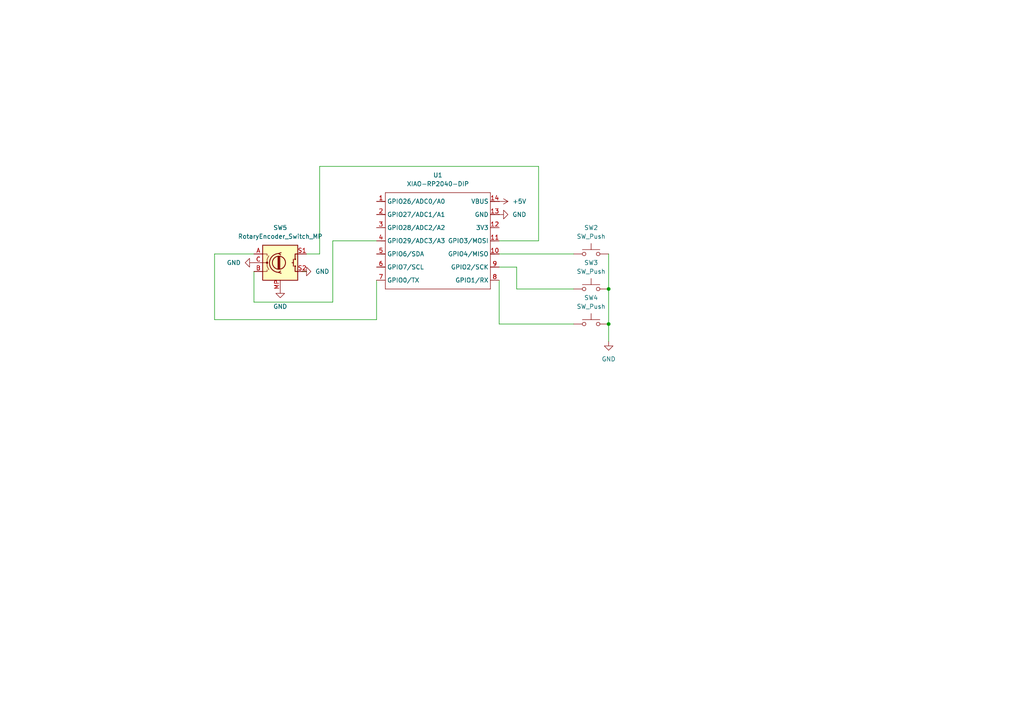
<source format=kicad_sch>
(kicad_sch (version 20241209) (generator "eeschema") (generator_version "8.99")
  (paper "A4")
  (lib_symbols
    (symbol "Device:RotaryEncoder_Switch_MP" (pin_names (offset 0.254) (hide yes))
      (property "Reference" "SW" (at 0 8.89 0))
      (property "Value" "RotaryEncoder_Switch_MP" (at 0 6.35 0))
      (symbol "RotaryEncoder_Switch_MP_0_1"
        (rectangle (start -5.08 5.08) (end 5.08 -5.08) (stroke (width 0.254)) (fill (type background)))
        (polyline (pts (xy -5.08 2.54) (xy -3.81 2.54) (xy -3.81 2.032)))
        (polyline (pts (xy -5.08 0) (xy -3.81 0) (xy -3.81 -1.016) (xy -3.302 -2.032)))
        (polyline (pts (xy -5.08 -2.54) (xy -3.81 -2.54) (xy -3.81 -2.032)))
        (polyline (pts (xy -4.318 0) (xy -3.81 0) (xy -3.81 1.016) (xy -3.302 2.032)))
        (circle (center -3.81 0) (radius 0.254) (fill (type outline)))
        (polyline (pts (xy -0.635 -1.778) (xy -0.635 1.778)) (stroke (width 0.254)))
        (circle (center -0.381 0) (radius 1.905) (stroke (width 0.254)))
        (polyline (pts (xy -0.381 -1.778) (xy -0.381 1.778)) (stroke (width 0.254)))
        (arc (start -0.381 -2.794) (mid -3.0988 -0.0635) (end -0.381 2.667) (stroke (width 0.254)))
        (polyline (pts (xy -0.127 1.778) (xy -0.127 -1.778)) (stroke (width 0.254)))
        (polyline (pts (xy 0.254 2.921) (xy -0.508 2.667) (xy 0.127 2.286)) (stroke (width 0.254)))
        (polyline (pts (xy 0.254 -3.048) (xy -0.508 -2.794) (xy 0.127 -2.413)) (stroke (width 0.254)))
        (polyline (pts (xy 3.81 1.016) (xy 3.81 -1.016)) (stroke (width 0.254)))
        (polyline (pts (xy 3.81 0) (xy 3.429 0)) (stroke (width 0.254)))
        (circle (center 4.318 1.016) (radius 0.127) (stroke (width 0.254)))
        (circle (center 4.318 -1.016) (radius 0.127) (stroke (width 0.254)))
        (polyline (pts (xy 5.08 2.54) (xy 4.318 2.54) (xy 4.318 1.016)) (stroke (width 0.254)))
        (polyline (pts (xy 5.08 -2.54) (xy 4.318 -2.54) (xy 4.318 -1.016)) (stroke (width 0.254)))
      )
      (symbol "RotaryEncoder_Switch_MP_1_1"
        (pin passive line (at -7.62 2.54 0) (length 2.54) (name "A") (number "A"))
        (pin passive line (at -7.62 0 0) (length 2.54) (name "C") (number "C"))
        (pin passive line (at -7.62 -2.54 0) (length 2.54) (name "B") (number "B"))
        (pin passive line (at 0 -7.62 90) (length 2.54) (name "MP") (number "MP"))
        (pin passive line (at 7.62 2.54 180) (length 2.54) (name "S1") (number "S1"))
        (pin passive line (at 7.62 -2.54 180) (length 2.54) (name "S2") (number "S2"))
      )
    )
    (symbol "Seeed_Studio_XIAO_Series:XIAO-RP2040-DIP"
      (property "Reference" "U" (at 0 0 0))
      (property "Value" "XIAO-RP2040-DIP" (at 5.334 -1.778 0))
      (symbol "XIAO-RP2040-DIP_1_0"
        (polyline (pts (xy -1.27 -2.54) (xy 29.21 -2.54)) (stroke (width 0.1524)))
        (polyline (pts (xy -1.27 -5.08) (xy -1.27 -2.54)) (stroke (width 0.1524)))
        (polyline (pts (xy -1.27 -5.08) (xy -2.54 -5.08)) (stroke (width 0.1524)))
        (polyline (pts (xy -1.27 -8.89) (xy -1.27 -5.08)) (stroke (width 0.1524)))
        (polyline (pts (xy -1.27 -8.89) (xy -2.54 -8.89)) (stroke (width 0.1524)))
        (polyline (pts (xy -1.27 -12.7) (xy -1.27 -8.89)) (stroke (width 0.1524)))
        (polyline (pts (xy -1.27 -12.7) (xy -2.54 -12.7)) (stroke (width 0.1524)))
        (polyline (pts (xy -1.27 -16.51) (xy -2.54 -16.51)) (stroke (width 0.1524)))
        (polyline (pts (xy -1.27 -16.51) (xy -1.27 -12.7)) (stroke (width 0.1524)))
        (polyline (pts (xy -1.27 -20.32) (xy -2.54 -20.32)) (stroke (width 0.1524)))
        (polyline (pts (xy -1.27 -24.13) (xy -2.54 -24.13)) (stroke (width 0.1524)))
        (polyline (pts (xy -1.27 -27.94) (xy -2.54 -27.94)) (stroke (width 0.1524)))
        (polyline (pts (xy -1.27 -30.48) (xy -1.27 -16.51)) (stroke (width 0.1524)))
        (polyline (pts (xy 29.21 -2.54) (xy 29.21 -5.08)) (stroke (width 0.1524)))
        (polyline (pts (xy 29.21 -5.08) (xy 29.21 -8.89)) (stroke (width 0.1524)))
        (polyline (pts (xy 29.21 -8.89) (xy 29.21 -12.7)) (stroke (width 0.1524)))
        (polyline (pts (xy 29.21 -12.7) (xy 29.21 -30.48)) (stroke (width 0.1524)))
        (polyline (pts (xy 29.21 -30.48) (xy -1.27 -30.48)) (stroke (width 0.1524)))
        (polyline (pts (xy 30.48 -5.08) (xy 29.21 -5.08)) (stroke (width 0.1524)))
        (polyline (pts (xy 30.48 -8.89) (xy 29.21 -8.89)) (stroke (width 0.1524)))
        (polyline (pts (xy 30.48 -12.7) (xy 29.21 -12.7)) (stroke (width 0.1524)))
        (polyline (pts (xy 30.48 -16.51) (xy 29.21 -16.51)) (stroke (width 0.1524)))
        (polyline (pts (xy 30.48 -20.32) (xy 29.21 -20.32)) (stroke (width 0.1524)))
        (polyline (pts (xy 30.48 -24.13) (xy 29.21 -24.13)) (stroke (width 0.1524)))
        (polyline (pts (xy 30.48 -27.94) (xy 29.21 -27.94)) (stroke (width 0.1524)))
        (pin passive line (at -3.81 -5.08 0) (length 2.54) (name "GPIO26/ADC0/A0") (number "1"))
        (pin passive line (at -3.81 -8.89 0) (length 2.54) (name "GPIO27/ADC1/A1") (number "2"))
        (pin passive line (at -3.81 -12.7 0) (length 2.54) (name "GPIO28/ADC2/A2") (number "3"))
        (pin passive line (at -3.81 -16.51 0) (length 2.54) (name "GPIO29/ADC3/A3") (number "4"))
        (pin passive line (at -3.81 -20.32 0) (length 2.54) (name "GPIO6/SDA") (number "5"))
        (pin passive line (at -3.81 -24.13 0) (length 2.54) (name "GPIO7/SCL") (number "6"))
        (pin passive line (at -3.81 -27.94 0) (length 2.54) (name "GPIO0/TX") (number "7"))
        (pin passive line (at 31.75 -5.08 180) (length 2.54) (name "VBUS") (number "14"))
        (pin passive line (at 31.75 -8.89 180) (length 2.54) (name "GND") (number "13"))
        (pin passive line (at 31.75 -12.7 180) (length 2.54) (name "3V3") (number "12"))
        (pin passive line (at 31.75 -16.51 180) (length 2.54) (name "GPIO3/MOSI") (number "11"))
        (pin passive line (at 31.75 -20.32 180) (length 2.54) (name "GPIO4/MISO") (number "10"))
        (pin passive line (at 31.75 -24.13 180) (length 2.54) (name "GPIO2/SCK") (number "9"))
        (pin passive line (at 31.75 -27.94 180) (length 2.54) (name "GPIO1/RX") (number "8"))
      )
    )
    (symbol "Switch:SW_Push" (pin_numbers (hide yes)) (pin_names (offset 1.016) (hide yes))
      (property "Reference" "SW" (at 1.27 2.54 0))
      (property "Value" "SW_Push" (at 0 -1.524 0))
      (symbol "SW_Push_0_1"
        (circle (center -2.032 0) (radius 0.508))
        (polyline (pts (xy 0 1.27) (xy 0 3.048)))
        (circle (center 2.032 0) (radius 0.508))
        (polyline (pts (xy 2.54 1.27) (xy -2.54 1.27)))
        (pin passive line (at -5.08 0 0) (length 2.54) (name "1") (number "1"))
        (pin passive line (at 5.08 0 180) (length 2.54) (name "2") (number "2"))
      )
    )
    (symbol "power:+5V" (power) (pin_numbers (hide yes)) (pin_names (offset 0) (hide yes))
      (property "Value" "+5V" (at 0 3.556 0))
      (symbol "+5V_0_1"
        (polyline (pts (xy -0.762 1.27) (xy 0 2.54)))
        (polyline (pts (xy 0 2.54) (xy 0.762 1.27)))
        (polyline (pts (xy 0 0) (xy 0 2.54)))
      )
      (symbol "+5V_1_1"
        (pin power_in line (at 0 0 90) (length 0) (name "~") (number "1"))
      )
    )
    (symbol "power:GND" (power) (pin_numbers (hide yes)) (pin_names (offset 0) (hide yes))
      (property "Value" "GND" (at 0 -3.81 0))
      (symbol "GND_0_1"
        (polyline (pts (xy 0 0) (xy 0 -1.27) (xy 1.27 -1.27) (xy 0 -2.54) (xy -1.27 -1.27) (xy 0 -1.27)))
      )
      (symbol "GND_1_1"
        (pin power_in line (at 0 0 270) (length 0) (name "~") (number "1"))
      )
    )
  )
  (junction (at 176.53 93.98))
  (junction (at 176.53 83.82))
  (wire (pts (xy 62.23 73.66) (xy 62.23 92.71)))
  (wire (pts (xy 96.52 87.63) (xy 96.52 69.85)))
  (wire (pts (xy 156.21 69.85) (xy 156.21 48.26)))
  (wire (pts (xy 149.86 77.47) (xy 144.78 77.47)))
  (wire (pts (xy 166.37 83.82) (xy 149.86 83.82)))
  (wire (pts (xy 96.52 69.85) (xy 109.22 69.85)))
  (wire (pts (xy 144.78 93.98) (xy 144.78 81.28)))
  (wire (pts (xy 149.86 83.82) (xy 149.86 77.47)))
  (wire (pts (xy 92.71 73.66) (xy 88.9 73.66)))
  (wire (pts (xy 156.21 48.26) (xy 92.71 48.26)))
  (wire (pts (xy 176.53 93.98) (xy 176.53 99.06)))
  (wire (pts (xy 144.78 69.85) (xy 156.21 69.85)))
  (wire (pts (xy 73.66 73.66) (xy 62.23 73.66)))
  (wire (pts (xy 92.71 48.26) (xy 92.71 73.66)))
  (wire (pts (xy 73.66 87.63) (xy 96.52 87.63)))
  (wire (pts (xy 176.53 83.82) (xy 176.53 93.98)))
  (wire (pts (xy 73.66 78.74) (xy 73.66 87.63)))
  (wire (pts (xy 166.37 73.66) (xy 144.78 73.66)))
  (wire (pts (xy 176.53 73.66) (xy 176.53 83.82)))
  (wire (pts (xy 166.37 93.98) (xy 144.78 93.98)))
  (wire (pts (xy 109.22 92.71) (xy 109.22 81.28)))
  (wire (pts (xy 62.23 92.71) (xy 109.22 92.71)))
  (wire (pts (xy 87.63 78.74) (xy 88.9 78.74)))
  (symbol (lib_id "power:GND") (at 176.53 99.06 0) (unit 1)
    (property "Reference" "#PWR03" (effects (hide yes)))
    (property "Value" "GND" (at 176.53 104.14 0))
    (property "Description" "Power symbol creates a global label with name \"GND\" , ground" (effects (hide yes)))
  )
  (symbol (lib_id "power:GND") (at 81.28 83.82 0) (unit 1)
    (property "Reference" "#PWR06" (effects (hide yes)))
    (property "Value" "GND" (at 81.28 88.9 0))
    (property "Description" "Power symbol creates a global label with name \"GND\" , ground" (effects (hide yes)))
  )
  (symbol (lib_id "Switch:SW_Push") (at 171.45 73.66 0) (unit 1)
    (property "Reference" "SW2" (at 171.45 66.04 0))
    (property "Value" "SW_Push" (at 171.45 68.58 0))
    (property "Footprint" "Button_Switch_Keyboard:SW_Cherry_MX_1.00u_PCB" (effects (hide yes)))
    (property "Description" "Push button switch, generic, two pins" (effects (hide yes)))
  )
  (symbol (lib_id "power:+5V") (at 144.78 58.42 270) (unit 1)
    (property "Reference" "#PWR01" (effects (hide yes)))
    (property "Value" "+5V" (at 148.59 58.4199 90) (effects (justify left)))
    (property "Description" "Power symbol creates a global label with name \"+5V\"" (effects (hide yes)))
  )
  (symbol (lib_id "Seeed_Studio_XIAO_Series:XIAO-RP2040-DIP") (at 113.03 53.34 0) (unit 1)
    (property "Reference" "U1" (at 127 50.8 0))
    (property "Value" "XIAO-RP2040-DIP" (at 127 53.34 0))
    (property "Footprint" "Seeed Studio XIAO Series Library:XIAO-RP2040-DIP" (effects (hide yes)))
  )
  (symbol (lib_id "Device:RotaryEncoder_Switch_MP") (at 81.28 76.2 0) (unit 1)
    (property "Reference" "SW5" (at 81.28 66.04 0))
    (property "Value" "RotaryEncoder_Switch_MP" (at 81.28 68.58 0))
    (property "Footprint" "Rotary_Encoder:RotaryEncoder_Alps_EC11E-Switch_Vertical_H20mm_CircularMountingHoles" (effects (hide yes)))
    (property "Description" "Rotary encoder, dual channel, incremental quadrate outputs, with switch and MP Pin" (effects (hide yes)))
  )
  (symbol (lib_id "power:GND") (at 73.66 76.2 270) (unit 1)
    (property "Reference" "#PWR05" (effects (hide yes)))
    (property "Value" "GND" (at 69.85 76.1999 90) (effects (justify right)))
    (property "Description" "Power symbol creates a global label with name \"GND\" , ground" (effects (hide yes)))
  )
  (symbol (lib_id "Switch:SW_Push") (at 171.45 83.82 0) (unit 1)
    (property "Reference" "SW3" (at 171.45 76.2 0))
    (property "Value" "SW_Push" (at 171.45 78.74 0))
    (property "Footprint" "Button_Switch_Keyboard:SW_Cherry_MX_1.00u_PCB" (effects (hide yes)))
    (property "Description" "Push button switch, generic, two pins" (effects (hide yes)))
  )
  (symbol (lib_id "power:GND") (at 144.78 62.23 90) (unit 1)
    (property "Reference" "#PWR02" (effects (hide yes)))
    (property "Value" "GND" (at 148.59 62.2299 90) (effects (justify right)))
    (property "Description" "Power symbol creates a global label with name \"GND\" , ground" (effects (hide yes)))
  )
  (symbol (lib_id "power:GND") (at 87.63 78.74 90) (unit 1)
    (property "Reference" "#PWR04" (effects (hide yes)))
    (property "Value" "GND" (at 91.44 78.7399 90) (effects (justify right)))
    (property "Description" "Power symbol creates a global label with name \"GND\" , ground" (effects (hide yes)))
  )
  (symbol (lib_id "Switch:SW_Push") (at 171.45 93.98 0) (unit 1)
    (property "Reference" "SW4" (at 171.45 86.36 0))
    (property "Value" "SW_Push" (at 171.45 88.9 0))
    (property "Footprint" "Button_Switch_Keyboard:SW_Cherry_MX_1.00u_PCB" (effects (hide yes)))
    (property "Description" "Push button switch, generic, two pins" (effects (hide yes)))
  )
)
</source>
